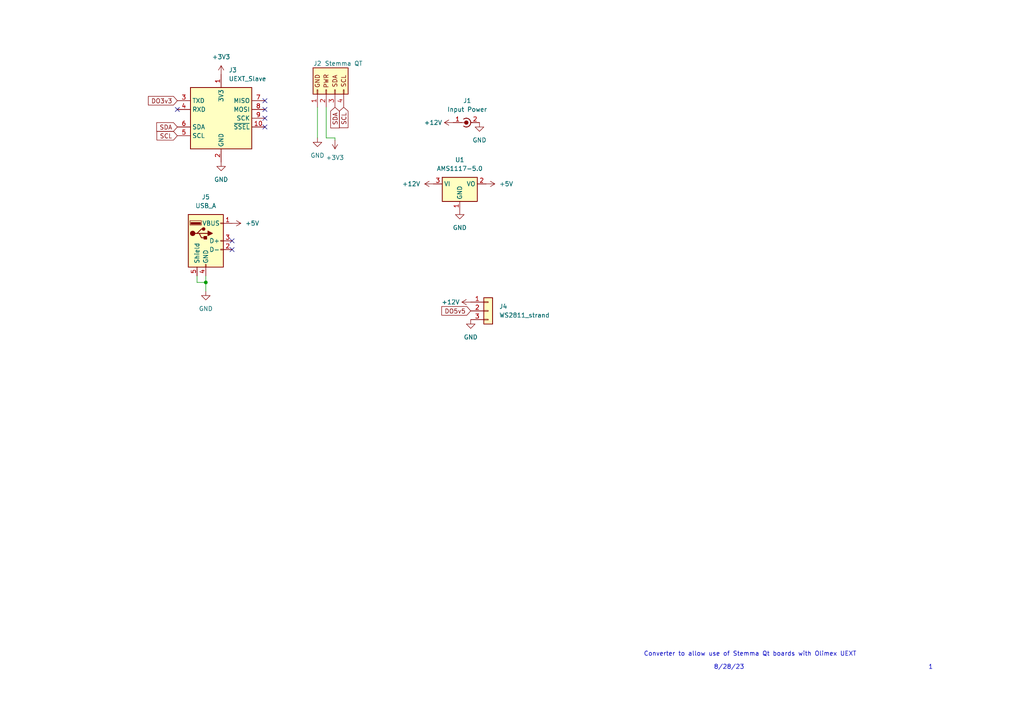
<source format=kicad_sch>
(kicad_sch (version 20230121) (generator eeschema)
  (paper "A4")
  (lib_symbols
    (symbol "BTS_UEXT_STEMMA:Stemma/QT/Qwiic" (pin_names (offset 1.016) hide)
      (property "Reference" "J" (at 0 5.08 0))
      (property "Value" "Stemma_QT_Qwiic" (at 0 -7.62 0))
      (symbol "Stemma/QT/Qwiic_1_1"
        (rectangle (start -1.27 -4.953) (end 0 -5.207) (stroke (width 0.1524)))
        (rectangle (start -1.27 -2.413) (end 0 -2.667) (stroke (width 0.1524)))
        (rectangle (start -1.27 0.127) (end 0 -0.127) (stroke (width 0.1524)))
        (rectangle (start -1.27 2.667) (end 0 2.413) (stroke (width 0.1524)))
        (rectangle (start -1.27 3.81) (end 6.35 -6.35) (stroke (width 0.254)) (fill (type background)))
        (text "GND" (at 2.54 2.54 0) (effects (font (size 1.27 1.27))))
        (text "PWR" (at 2.54 0 0) (effects (font (size 1.27 1.27))))
        (text "SCL" (at 2.54 -5.08 0) (effects (font (size 1.27 1.27))))
        (text "SDA" (at 2.54 -2.54 0) (effects (font (size 1.27 1.27))))
        (pin passive line (at -5.08 2.54 0) (length 3.81) (name "GND") (number "1"))
        (pin passive line (at -5.08 0 0) (length 3.81) (name "V+") (number "2"))
        (pin bidirectional line (at -5.08 -2.54 0) (length 3.81) (name "SDA") (number "3"))
        (pin bidirectional line (at -5.08 -5.08 0) (length 3.81) (name "SCL") (number "4"))
      )
    )
    (symbol "Connector:Conn_Coaxial_Power" (pin_names (offset 1.016) hide)
      (property "Reference" "J" (at -5.08 -1.27 90))
      (property "Value" "Conn_Coaxial_Power" (at -3.175 -1.27 90))
      (symbol "Conn_Coaxial_Power_0_1"
        (arc (start -1.27 -1.27) (mid 0 -2.5345) (end 1.27 -1.27) (stroke (width 0.254)))
        (arc (start -1.016 -0.508) (mid -1.2048 -0.8684) (end -1.27 -1.27) (stroke (width 0.254)))
        (circle (center 0 -1.27) (radius 0.508) (stroke (width 0.2032)) (fill (type outline)))
        (polyline (pts (xy 0 -2.54) (xy 0 -3.048)))
        (polyline (pts (xy 0 0) (xy 0 -1.27)))
        (arc (start 1.27 -1.27) (mid 1.2048 -0.8684) (end 1.016 -0.508) (stroke (width 0.254)))
      )
      (symbol "Conn_Coaxial_Power_1_1"
        (pin passive line (at 0 2.54 270) (length 2.54) (name "In") (number "1"))
        (pin passive line (at 0 -5.08 90) (length 2.54) (name "Ext") (number "2"))
      )
    )
    (symbol "Connector:UEXT_Slave"
      (property "Reference" "J" (at 6.35 10.16 0))
      (property "Value" "UEXT_Slave" (at 6.35 -10.16 0))
      (symbol "UEXT_Slave_1_1"
        (rectangle (start -8.89 8.89) (end 8.89 -8.89) (stroke (width 0.254)) (fill (type background)))
        (pin power_out line (at 0 12.7 270) (length 3.81) (name "3V3") (number "1"))
        (pin input line (at 12.7 -2.54 180) (length 3.81) (name "~{SSEL}") (number "10"))
        (pin power_in line (at 0 -12.7 90) (length 3.81) (name "GND") (number "2"))
        (pin input line (at -12.7 5.08 0) (length 3.81) (name "TXD") (number "3"))
        (pin output line (at -12.7 2.54 0) (length 3.81) (name "RXD") (number "4"))
        (pin input line (at -12.7 -5.08 0) (length 3.81) (name "SCL") (number "5"))
        (pin bidirectional line (at -12.7 -2.54 0) (length 3.81) (name "SDA") (number "6"))
        (pin input line (at 12.7 5.08 180) (length 3.81) (name "MISO") (number "7"))
        (pin output line (at 12.7 2.54 180) (length 3.81) (name "MOSI") (number "8"))
        (pin input line (at 12.7 0 180) (length 3.81) (name "SCK") (number "9"))
      )
    )
    (symbol "Connector:USB_A" (pin_names (offset 1.016))
      (property "Reference" "J" (at -5.08 11.43 0))
      (property "Value" "USB_A" (at -5.08 8.89 0))
      (symbol "USB_A_0_1"
        (rectangle (start -5.08 -7.62) (end 5.08 7.62) (stroke (width 0.254)) (fill (type background)))
        (circle (center -3.81 2.159) (radius 0.635) (stroke (width 0.254)) (fill (type outline)))
        (rectangle (start -1.524 4.826) (end -4.318 5.334) (fill (type outline)))
        (rectangle (start -1.27 4.572) (end -4.572 5.842))
        (circle (center -0.635 3.429) (radius 0.381) (stroke (width 0.254)) (fill (type outline)))
        (rectangle (start -0.127 -7.62) (end 0.127 -6.858))
        (polyline (pts (xy -3.175 2.159) (xy -2.54 2.159) (xy -1.27 3.429) (xy -0.635 3.429)) (stroke (width 0.254)))
        (polyline (pts (xy -2.54 2.159) (xy -1.905 2.159) (xy -1.27 0.889) (xy 0 0.889)) (stroke (width 0.254)))
        (polyline (pts (xy 0.635 2.794) (xy 0.635 1.524) (xy 1.905 2.159) (xy 0.635 2.794)) (stroke (width 0.254)) (fill (type outline)))
        (rectangle (start 0.254 1.27) (end -0.508 0.508) (stroke (width 0.254)) (fill (type outline)))
        (rectangle (start 5.08 -2.667) (end 4.318 -2.413))
        (rectangle (start 5.08 -0.127) (end 4.318 0.127))
        (rectangle (start 5.08 4.953) (end 4.318 5.207))
      )
      (symbol "USB_A_1_1"
        (polyline (pts (xy -1.905 2.159) (xy 0.635 2.159)) (stroke (width 0.254)))
        (pin power_in line (at 7.62 5.08 180) (length 2.54) (name "VBUS") (number "1"))
        (pin bidirectional line (at 7.62 -2.54 180) (length 2.54) (name "D-") (number "2"))
        (pin bidirectional line (at 7.62 0 180) (length 2.54) (name "D+") (number "3"))
        (pin power_in line (at 0 -10.16 90) (length 2.54) (name "GND") (number "4"))
        (pin passive line (at -2.54 -10.16 90) (length 2.54) (name "Shield") (number "5"))
      )
    )
    (symbol "Connector_Generic:Conn_01x03" (pin_names (offset 1.016) hide)
      (property "Reference" "J" (at 0 5.08 0))
      (property "Value" "Conn_01x03" (at 0 -5.08 0))
      (symbol "Conn_01x03_1_1"
        (rectangle (start -1.27 -2.413) (end 0 -2.667) (stroke (width 0.1524)))
        (rectangle (start -1.27 0.127) (end 0 -0.127) (stroke (width 0.1524)))
        (rectangle (start -1.27 2.667) (end 0 2.413) (stroke (width 0.1524)))
        (rectangle (start -1.27 3.81) (end 1.27 -3.81) (stroke (width 0.254)) (fill (type background)))
        (pin passive line (at -5.08 2.54 0) (length 3.81) (name "Pin_1") (number "1"))
        (pin passive line (at -5.08 0 0) (length 3.81) (name "Pin_2") (number "2"))
        (pin passive line (at -5.08 -2.54 0) (length 3.81) (name "Pin_3") (number "3"))
      )
    )
    (symbol "Regulator_Linear:AMS1117-5.0"
      (property "Reference" "U" (at -3.81 3.175 0))
      (property "Value" "AMS1117-5.0" (at 0 3.175 0))
      (symbol "AMS1117-5.0_0_1"
        (rectangle (start -5.08 -5.08) (end 5.08 1.905) (stroke (width 0.254)) (fill (type background)))
      )
      (symbol "AMS1117-5.0_1_1"
        (pin power_in line (at 0 -7.62 90) (length 2.54) (name "GND") (number "1"))
        (pin power_out line (at 7.62 0 180) (length 2.54) (name "VO") (number "2"))
        (pin power_in line (at -7.62 0 0) (length 2.54) (name "VI") (number "3"))
      )
    )
    (symbol "power:+12V" (power) (pin_names (offset 0))
      (property "Value" "+12V" (at 0 3.556 0))
      (symbol "+12V_0_1"
        (polyline (pts (xy -0.762 1.27) (xy 0 2.54)))
        (polyline (pts (xy 0 0) (xy 0 2.54)))
        (polyline (pts (xy 0 2.54) (xy 0.762 1.27)))
      )
      (symbol "+12V_1_1"
        (pin power_in line (at 0 0 90) (length 0) hide (name "+12V") (number "1"))
      )
    )
    (symbol "power:+3V3" (power) (pin_names (offset 0))
      (property "Value" "+3V3" (at 0 3.556 0))
      (symbol "+3V3_0_1"
        (polyline (pts (xy -0.762 1.27) (xy 0 2.54)))
        (polyline (pts (xy 0 0) (xy 0 2.54)))
        (polyline (pts (xy 0 2.54) (xy 0.762 1.27)))
      )
      (symbol "+3V3_1_1"
        (pin power_in line (at 0 0 90) (length 0) hide (name "+3V3") (number "1"))
      )
    )
    (symbol "power:+5V" (power) (pin_names (offset 0))
      (property "Value" "+5V" (at 0 3.556 0))
      (symbol "+5V_0_1"
        (polyline (pts (xy -0.762 1.27) (xy 0 2.54)))
        (polyline (pts (xy 0 0) (xy 0 2.54)))
        (polyline (pts (xy 0 2.54) (xy 0.762 1.27)))
      )
      (symbol "+5V_1_1"
        (pin power_in line (at 0 0 90) (length 0) hide (name "+5V") (number "1"))
      )
    )
    (symbol "power:GND" (power) (pin_names (offset 0))
      (property "Value" "GND" (at 0 -3.81 0))
      (symbol "GND_0_1"
        (polyline (pts (xy 0 0) (xy 0 -1.27) (xy 1.27 -1.27) (xy 0 -2.54) (xy -1.27 -1.27) (xy 0 -1.27)))
      )
      (symbol "GND_1_1"
        (pin power_in line (at 0 0 270) (length 0) hide (name "GND") (number "1"))
      )
    )
  )
  (junction (at 59.69 81.915))
  (no_connect (at 76.835 36.83))
  (no_connect (at 76.835 29.21))
  (no_connect (at 76.835 31.75))
  (no_connect (at 51.435 31.75))
  (no_connect (at 76.835 34.29))
  (no_connect (at 67.31 72.39))
  (no_connect (at 67.31 69.85))
  (wire (pts (xy 57.15 81.915) (xy 59.69 81.915)))
  (wire (pts (xy 59.69 81.915) (xy 59.69 84.455)))
  (wire (pts (xy 57.15 80.01) (xy 57.15 81.915)))
  (wire (pts (xy 92.075 31.115) (xy 92.075 40.005)))
  (wire (pts (xy 94.615 31.115) (xy 94.615 40.005)))
  (wire (pts (xy 59.69 80.01) (xy 59.69 81.915)))
  (wire (pts (xy 94.615 40.005) (xy 97.155 40.005)))
  (wire (pts (xy 97.155 40.005) (xy 97.155 40.64)))
  (text "1" (at 269.24 194.31 0) (effects (font (size 1.27 1.27)) (justify left bottom)))
  (text "Converter to allow use of Stemma Qt boards with Olimex UEXT" (at 186.69 190.5 0) (effects (font (size 1.27 1.27)) (justify left bottom)))
  (text "8/28/23\n" (at 207.01 194.31 0) (effects (font (size 1.27 1.27)) (justify left bottom)))
  (global_label "DO5v5" (shape input) (at 136.525 90.17 180) (property "Intersheetrefs" "${INTERSHEET_REFS}" (effects hide)))
  (global_label "DO3v3" (shape input) (at 51.435 29.21 180) (property "Intersheetrefs" "${INTERSHEET_REFS}" (effects hide)))
  (global_label "SDA" (shape input) (at 97.155 31.115 270) (property "Intersheetrefs" "${INTERSHEET_REFS}" (effects hide)))
  (global_label "SCL" (shape input) (at 51.435 39.37 180) (property "Intersheetrefs" "${INTERSHEET_REFS}" (effects hide)))
  (global_label "SCL" (shape input) (at 99.695 31.115 270) (property "Intersheetrefs" "${INTERSHEET_REFS}" (effects hide)))
  (global_label "SDA" (shape input) (at 51.435 36.83 180) (property "Intersheetrefs" "${INTERSHEET_REFS}" (effects hide)))
  (symbol (lib_id "Connector_Generic:Conn_01x03") (at 141.605 90.17 0) (unit 1)
    (property "Reference" "J4" (at 144.78 88.9 0) (effects (justify left)))
    (property "Value" "WS2811_strand" (at 144.78 91.44 0) (effects (justify left)))
    (property "Footprint" "Connector_PinHeader_2.54mm:PinHeader_1x03_P2.54mm_Vertical" (effects hide))
  )
  (symbol (lib_id "power:+5V") (at 140.97 53.34 270) (unit 1)
    (property "Reference" "#PWR012" (effects hide))
    (property "Value" "+5V" (at 144.78 53.34 90) (effects (justify left)))
  )
  (symbol (lib_id "power:GND") (at 139.065 35.56 0) (unit 1)
    (property "Reference" "#PWR06" (effects hide))
    (property "Value" "GND" (at 139.065 40.64 0))
  )
  (symbol (lib_id "power:+12V") (at 136.525 87.63 90) (unit 1)
    (property "Reference" "#PWR08" (effects hide))
    (property "Value" "+12V" (at 133.35 87.63 90) (effects (justify left)))
  )
  (symbol (lib_id "power:GND") (at 136.525 92.71 0) (unit 1)
    (property "Reference" "#PWR07" (effects hide))
    (property "Value" "GND" (at 136.525 97.79 0))
  )
  (symbol (lib_id "BTS_UEXT_STEMMA:Stemma/QT/Qwiic") (at 94.615 26.035 90) (unit 1)
    (property "Reference" "J2" (at 92.075 18.415 90))
    (property "Value" "Stemma QT" (at 99.695 18.415 90))
    (property "Footprint" "Connector_JST:JST_SH_SM04B-SRSS-TB_1x04-1MP_P1.00mm_Horizontal" (effects hide))
    (property "LCSC" "C160404" (effects hide))
  )
  (symbol (lib_id "power:+12V") (at 131.445 35.56 90) (unit 1)
    (property "Reference" "#PWR03" (effects hide))
    (property "Value" "+12V" (at 128.27 35.56 90) (effects (justify left)))
  )
  (symbol (lib_id "power:+5V") (at 67.31 64.77 270) (unit 1)
    (property "Reference" "#PWR010" (effects hide))
    (property "Value" "+5V" (at 71.12 64.77 90) (effects (justify left)))
  )
  (symbol (lib_id "power:+12V") (at 125.73 53.34 90) (unit 1)
    (property "Reference" "#PWR011" (effects hide))
    (property "Value" "+12V" (at 121.92 53.34 90) (effects (justify left)))
  )
  (symbol (lib_id "Connector:USB_A") (at 59.69 69.85 0) (unit 1)
    (property "Reference" "J5" (at 59.69 57.15 0))
    (property "Value" "USB_A" (at 59.69 59.69 0))
    (property "Footprint" "Connector_USB:USB_A_Receptacle_GCT_USB1046" (effects hide))
    (property "Datasheet" " ~" (effects hide))
  )
  (symbol (lib_id "Connector:UEXT_Slave") (at 64.135 34.29 0) (unit 1)
    (property "Reference" "J3" (at 66.3291 20.32 0) (effects (justify left)))
    (property "Value" "UEXT_Slave" (at 66.3291 22.86 0) (effects (justify left)))
    (property "Footprint" "Connector_PinHeader_2.54mm:PinHeader_2x05_P2.54mm_Vertical" (effects hide))
    (property "Datasheet" "https://www.olimex.com/Products/Modules/UEXT/resources/UEXT_rev_B.pdf" (effects hide))
    (property "LCSC" "C92270" (effects hide))
  )
  (symbol (lib_id "power:+3V3") (at 97.155 40.64 180) (unit 1)
    (property "Reference" "#PWR02" (effects hide))
    (property "Value" "+3V3" (at 97.155 45.72 0))
  )
  (symbol (lib_id "Connector:Conn_Coaxial_Power") (at 133.985 35.56 90) (unit 1)
    (property "Reference" "J1" (at 135.509 29.21 90))
    (property "Value" "Input Power" (at 135.509 31.75 90))
    (property "Footprint" "Connector_BarrelJack:BarrelJack_Horizontal" (effects hide))
  )
  (symbol (lib_id "power:GND") (at 59.69 84.455 0) (unit 1)
    (property "Reference" "#PWR09" (effects hide))
    (property "Value" "GND" (at 59.69 89.535 0))
  )
  (symbol (lib_id "power:+3V3") (at 64.135 21.59 0) (unit 1)
    (property "Reference" "#PWR05" (effects hide))
    (property "Value" "+3V3" (at 64.135 16.51 0))
  )
  (symbol (lib_id "Regulator_Linear:AMS1117-5.0") (at 133.35 53.34 0) (unit 1)
    (property "Reference" "U1" (at 133.35 46.355 0))
    (property "Value" "AMS1117-5.0" (at 133.35 48.895 0))
    (property "Footprint" "Package_TO_SOT_SMD:SOT-223-3_TabPin2" (effects hide))
    (property "Datasheet" "http://www.advanced-monolithic.com/pdf/ds1117.pdf" (effects hide))
    (property "LSCS" "C6187" (effects hide))
  )
  (symbol (lib_id "power:GND") (at 92.075 40.005 0) (unit 1)
    (property "Reference" "#PWR01" (effects hide))
    (property "Value" "GND" (at 92.075 45.085 0))
  )
  (symbol (lib_id "power:GND") (at 133.35 60.96 0) (unit 1)
    (property "Reference" "#PWR013" (effects hide))
    (property "Value" "GND" (at 133.35 66.04 0))
    (property "Footprint" "Package_TO_SOT_SMD:SOT-223" (effects hide))
  )
  (symbol (lib_id "power:GND") (at 64.135 46.99 0) (unit 1)
    (property "Reference" "#PWR04" (effects hide))
    (property "Value" "GND" (at 64.135 52.07 0))
  )
)
</source>
